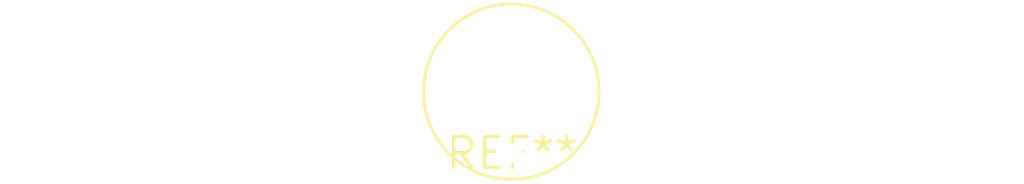
<source format=kicad_pcb>
(kicad_pcb (version 20240108) (generator pcbnew)
  (layers (0 "F.Cu" signal) (31 "B.Cu" signal) (34 "B.Paste" user) (35 "F.Paste" user) (36 "B.SilkS" user "B.Silkscreen") (37 "F.SilkS" user "F.Silkscreen") (38 "B.Mask" user) (39 "F.Mask" user) (44 "Edge.Cuts" user))
  (net 0 "")
  (footprint "Potentiometer_Vishay_T7-YA_Single_Vertical" (layer "F.Cu") (at 0 0)
    (property "Reference" "REF**")
    (property "Value" "Potentiometer_Vishay_T7-YA_Single_Vertical")
    (fp_circle (center -0.041 -2.54) (end 3.579 -2.54) (layer "F.SilkS") (stroke (width 0.12)) (fill none))
    (pad "1" thru_hole circle (at 0 0) (size 1.44 1.44) (drill 0.8) (layers *.Cu *.Mask) (remove_unused_layers))
    (pad "2" thru_hole circle (at 2.54 -2.54) (size 1.44 1.44) (drill 0.8) (layers *.Cu *.Mask) (remove_unused_layers))
    (pad "3" thru_hole circle (at 0 -5.08) (size 1.44 1.44) (drill 0.8) (layers *.Cu *.Mask) (remove_unused_layers))
  )
)
</source>
